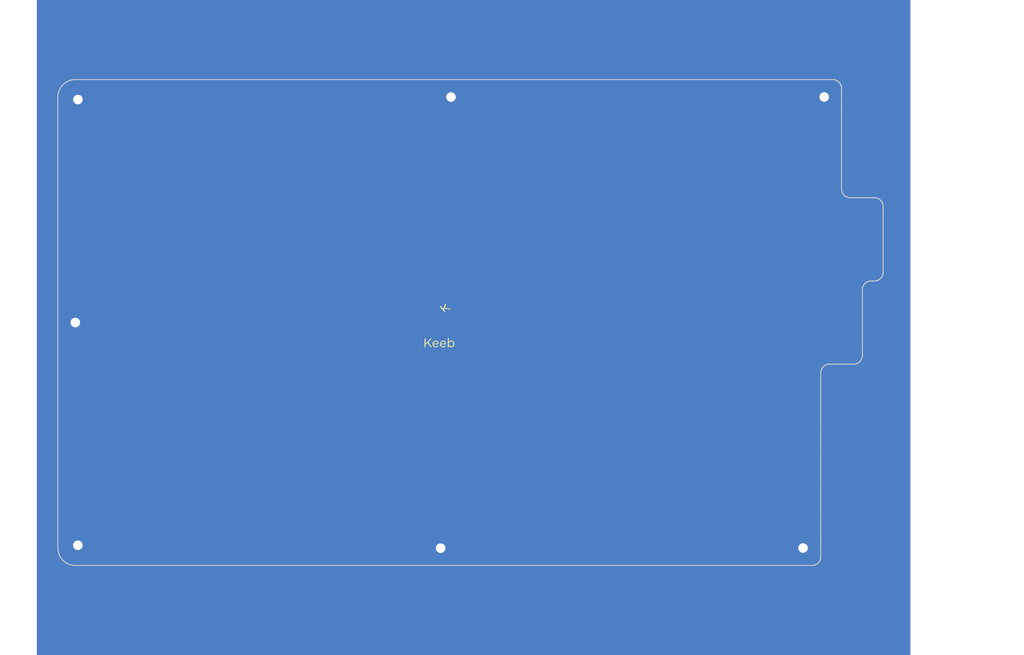
<source format=kicad_pcb>
(kicad_pcb (version 20221018) (generator pcbnew)
  (layers (0 "F.Cu" signal) (31 "B.Cu" signal) (34 "B.Paste" user) (35 "F.Paste" user) (36 "B.SilkS" user "B.Silkscreen") (37 "F.SilkS" user "F.Silkscreen") (38 "B.Mask" user) (39 "F.Mask" user) (44 "Edge.Cuts" user))
  (net 0 "")
  (net 1 "GND")
  (footprint "Keebio-Art:Keebio-TwoTone" (layer "F.Cu") (at 107.525 73.86)
    (fp_text reference "G***" hide)
    (fp_text value "LOGO" hide)
  )
  (footprint "Keebio-Parts:SolidCopper" (layer "F.Cu") (at 114.002248 75.009312)
    (fp_text reference "U3" hide)
    (fp_text value "HOLE")
    (pad "1" smd rect (at 0 0) (size 200 150) (layers "F.Cu" "F.Paste" "F.Mask"))
    (pad "1" smd rect (at 0 0) (size 200 150) (layers "B.Cu" "B.Paste" "B.Mask"))
  )
  (footprint "Mounting_Holes:MountingHole_2.2mm_M2" (layer "B.Cu") (at 194.27 22.21 180)
    (fp_text reference "REF**" hide)
    (fp_text value "MountingHole_2.2mm_M2" hide)
    (pad "" np_thru_hole circle (at 0 0 180) (size 2.2 2.2) (drill 2.2) (layers "*.Cu" "*.Mask"))
  )
  (footprint "Mounting_Holes:MountingHole_2.2mm_M2" (layer "B.Cu") (at 189.43 125.49 180)
    (fp_text reference "REF**" hide)
    (fp_text value "MountingHole_2.2mm_M2" hide)
    (pad "" np_thru_hole circle (at 0 0 180) (size 2.2 2.2) (drill 2.2) (layers "*.Cu" "*.Mask"))
  )
  (footprint "Mounting_Holes:MountingHole_2.2mm_M2" (layer "B.Cu") (at 106.445 125.53 180)
    (fp_text reference "REF**" hide)
    (fp_text value "MountingHole_2.2mm_M2" hide)
    (pad "" np_thru_hole circle (at 0 0 180) (size 2.2 2.2) (drill 2.2) (layers "*.Cu" "*.Mask"))
  )
  (footprint "Mounting_Holes:MountingHole_2.2mm_M2" (layer "B.Cu") (at 23.38 124.86 180)
    (fp_text reference "REF**" hide)
    (fp_text value "MountingHole_2.2mm_M2" hide)
    (pad "" np_thru_hole circle (at 0 0 180) (size 2.2 2.2) (drill 2.2) (layers "*.Cu" "*.Mask"))
  )
  (footprint "Mounting_Holes:MountingHole_2.2mm_M2" (layer "B.Cu") (at 22.8 73.86 180)
    (fp_text reference "REF**" hide)
    (fp_text value "MountingHole_2.2mm_M2" hide)
    (pad "" np_thru_hole circle (at 0 0 180) (size 2.2 2.2) (drill 2.2) (layers "*.Cu" "*.Mask"))
  )
  (footprint "Mounting_Holes:MountingHole_2.2mm_M2" (layer "B.Cu") (at 23.39 22.81 180)
    (fp_text reference "REF**" hide)
    (fp_text value "MountingHole_2.2mm_M2" hide)
    (pad "" np_thru_hole circle (at 0 0 180) (size 2.2 2.2) (drill 2.2) (layers "*.Cu" "*.Mask"))
  )
  (footprint "Mounting_Holes:MountingHole_2.2mm_M2" (layer "B.Cu") (at 108.815 22.23 180)
    (fp_text reference "REF**" hide)
    (fp_text value "MountingHole_2.2mm_M2" hide)
    (pad "" np_thru_hole circle (at 0 0 180) (size 2.2 2.2) (drill 2.2) (layers "*.Cu" "*.Mask"))
  )
  (gr_line (start 194.960796 83.453635) (end 194.837798 83.491065) (stroke (width 0.2)) (layer "Edge.Cuts"))
  (gr_line (start 197.22472 18.491503) (end 197.136473 18.444635) (stroke (width 0.2)) (layer "Edge.Cuts"))
  (gr_line (start 20.661794 18.850147) (end 20.496331 18.96044) (stroke (width 0.2)) (layer "Edge.Cuts"))
  (gr_line (start 193.48211 101.954971) (end 193.48211 104.504252) (stroke (width 0.2)) (layer "Edge.Cuts"))
  (gr_line (start 198.244115 28.426971) (end 198.244115 29.198539) (stroke (width 0.2)) (layer "Edge.Cuts"))
  (gr_line (start 198.244115 26.227623) (end 198.244115 26.256031) (stroke (width 0.2)) (layer "Edge.Cuts"))
  (gr_line (start 21.962818 129.398501) (end 22.165759 129.435931) (stroke (width 0.2)) (layer "Edge.Cuts"))
  (gr_line (start 19.763478 19.624332) (end 19.637735 19.777661) (stroke (width 0.2)) (layer "Edge.Cuts"))
  (gr_line (start 191.996378 129.417999) (end 192.093994 129.389346) (stroke (width 0.2)) (layer "Edge.Cuts"))
  (gr_line (start 198.233118 20.024006) (end 198.219579 19.920815) (stroke (width 0.2)) (layer "Edge.Cuts"))
  (gr_line (start 193.48211 86.610619) (end 193.48211 87.717073) (stroke (width 0.2)) (layer "Edge.Cuts"))
  (gr_line (start 193.492022 85.184634) (end 193.483223 85.317644) (stroke (width 0.2)) (layer "Edge.Cuts"))
  (gr_line (start 19.2134 20.450267) (end 19.128358 20.631859) (stroke (width 0.2)) (layer "Edge.Cuts"))
  (gr_line (start 198.807911 44.676894) (end 198.897906 44.76413) (stroke (width 0.2)) (layer "Edge.Cuts"))
  (gr_line (start 198.497852 83.385018) (end 198.15993 83.385018) (stroke (width 0.2)) (layer "Edge.Cuts"))
  (gr_line (start 207.769352 58.568959) (end 207.769352 59.351335) (stroke (width 0.2)) (layer "Edge.Cuts"))
  (gr_line (start 198.148458 19.622117) (end 198.115045 19.526637) (stroke (width 0.2)) (layer "Edge.Cuts"))
  (gr_line (start 198.244115 25.463652) (end 198.244115 25.702125) (stroke (width 0.2)) (layer "Edge.Cuts"))
  (gr_line (start 203.059694 65.876425) (end 203.034114 66.004134) (stroke (width 0.2)) (layer "Edge.Cuts"))
  (gr_line (start 198.244115 20.482853) (end 198.244115 20.662575) (stroke (width 0.2)) (layer "Edge.Cuts"))
  (gr_line (start 197.936541 19.168832) (end 197.881394 19.086101) (stroke (width 0.2)) (layer "Edge.Cuts"))
  (gr_line (start 198.244115 39.904837) (end 198.244115 40.718142) (stroke (width 0.2)) (layer "Edge.Cuts"))
  (gr_line (start 207.769352 48.118677) (end 207.769352 48.62167) (stroke (width 0.2)) (layer "Edge.Cuts"))
  (gr_line (start 207.537301 46.349092) (end 207.593084 46.46284) (stroke (width 0.2)) (layer "Edge.Cuts"))
  (gr_line (start 205.636814 64.335018) (end 205.598732 64.335018) (stroke (width 0.2)) (layer "Edge.Cuts"))
  (gr_line (start 207.769352 53.208475) (end 207.769352 54.119798) (stroke (width 0.2)) (layer "Edge.Cuts"))
  (gr_line (start 22.794122 18.235011) (end 22.581688 18.240555) (stroke (width 0.2)) (layer "Edge.Cuts"))
  (gr_line (start 197.310278 18.542578) (end 197.22472 18.491503) (stroke (width 0.2)) (layer "Edge.Cuts"))
  (gr_line (start 198.244115 22.417768) (end 198.244115 22.777415) (stroke (width 0.2)) (layer "Edge.Cuts"))
  (gr_line (start 193.48211 121.146862) (end 193.48211 122.940377) (stroke (width 0.2)) (layer "Edge.Cuts"))
  (gr_line (start 204.611769 64.374035) (end 204.48556 64.403635) (stroke (width 0.2)) (layer "Edge.Cuts"))
  (gr_line (start 198.244115 37.082325) (end 198.244115 38.073016) (stroke (width 0.2)) (layer "Edge.Cuts"))
  (gr_line (start 198.115045 19.526637) (end 198.077008 19.43343) (stroke (width 0.2)) (layer "Edge.Cuts"))
  (gr_line (start 198.447396 44.164558) (end 198.506638 44.276246) (stroke (width 0.2)) (layer "Edge.Cuts"))
  (gr_line (start 204.740908 64.352545) (end 204.611769 64.374035) (stroke (width 0.2)) (layer "Edge.Cuts"))
  (gr_line (start 198.177111 19.719732) (end 198.148458 19.622117) (stroke (width 0.2)) (layer "Edge.Cuts"))
  (gr_line (start 200.947274 83.385018) (end 200.846029 83.385018) (stroke (width 0.2)) (layer "Edge.Cuts"))
  (gr_line (start 203.034114 66.004134) (end 203.016785 66.134634) (stroke (width 0.2)) (layer "Edge.Cuts"))
  (gr_line (start 207.769352 57.734389) (end 207.769352 58.568959) (stroke (width 0.2)) (layer "Edge.Cuts"))
  (gr_line (start 206.970685 45.685876) (end 207.068542 45.76441) (stroke (width 0.2)) (layer "Edge.Cuts"))
  (gr_line (start 201.465446 83.332195) (end 201.337736 83.357776) (stroke (width 0.2)) (layer "Edge.Cuts"))
  (gr_line (start 202.967855 81.780102) (end 202.938254 81.906311) (stroke (width 0.2)) (layer "Edge.Cuts"))
  (gr_line (start 207.769352 52.318643) (end 207.769352 53.208475) (stroke (width 0.2)) (layer "Edge.Cuts"))
  (gr_line (start 205.021273 64.335018) (end 205.010566 64.335018) (stroke (width 0.2)) (layer "Edge.Cuts"))
  (gr_line (start 205.742481 45.285018) (end 205.769345 45.285018) (stroke (width 0.2)) (layer "Edge.Cuts"))
  (gr_line (start 206.164436 45.324035) (end 206.290645 45.353635) (stroke (width 0.2)) (layer "Edge.Cuts"))
  (gr_line (start 203.006873 80.312504) (end 203.006873 80.763305) (stroke (width 0.2)) (layer "Edge.Cuts"))
  (gr_line (start 195.216145 83.402545) (end 195.087005 83.424035) (stroke (width 0.2)) (layer "Edge.Cuts"))
  (gr_line (start 193.48211 126.689151) (end 193.48211 127.280309) (stroke (width 0.2)) (layer "Edge.Cuts"))
  (gr_line (start 192.709783 129.063203) (end 192.786449 129.00033) (stroke (width 0.2)) (layer "Edge.Cuts"))
  (gr_line (start 194.002988 84.038809) (end 193.921484 84.134114) (stroke (width 0.2)) (layer "Edge.Cuts"))
  (gr_line (start 206.533154 45.436047) (end 206.648892 45.488298) (stroke (width 0.2)) (layer "Edge.Cuts"))
  (gr_line (start 193.48211 119.138642) (end 193.48211 121.146862) (stroke (width 0.2)) (layer "Edge.Cuts"))
  (gr_line (start 203.908272 64.663493) (end 203.805526 64.735876) (stroke (width 0.2)) (layer "Edge.Cuts"))
  (gr_line (start 198.261643 43.550961) (end 198.283132 43.680102) (stroke (width 0.2)) (layer "Edge.Cuts"))
  (gr_line (start 207.769352 55.040332) (end 207.769352 55.957795) (stroke (width 0.2)) (layer "Edge.Cuts"))
  (gr_line (start 205.76112 64.335018) (end 205.747147 64.335018) (stroke (width 0.2)) (layer "Edge.Cuts"))
  (gr_line (start 202.606007 82.586351) (end 202.527472 82.684208) (stroke (width 0.2)) (layer "Edge.Cuts"))
  (gr_line (start 193.456583 127.799178) (end 193.470123 127.695986) (stroke (width 0.2)) (layer "Edge.Cuts"))
  (gr_line (start 198.244115 30.050104) (end 198.244115 30.967753) (stroke (width 0.2)) (layer "Edge.Cuts"))
  (gr_line (start 193.48211 99.465808) (end 193.48211 101.954971) (stroke (width 0.2)) (layer "Edge.Cuts"))
  (gr_line (start 203.006873 71.368643) (end 203.006873 72.258475) (stroke (width 0.2)) (layer "Edge.Cuts"))
  (gr_line (start 205.469241 64.335018) (end 205.42307 64.335018) (stroke (width 0.2)) (layer "Edge.Cuts"))
  (gr_line (start 21.763594 18.369016) (end 21.568364 18.42632) (stroke (width 0.2)) (layer "Edge.Cuts"))
  (gr_line (start 21.568364 18.42632) (end 21.377404 18.493146) (stroke (width 0.2)) (layer "Edge.Cuts"))
  (gr_line (start 207.769352 56.859908) (end 207.769352 57.734389) (stroke (width 0.2)) (layer "Edge.Cuts"))
  (gr_line (start 21.0094 18.65426) (end 20.832909 18.747995) (stroke (width 0.2)) (layer "Edge.Cuts"))
  (gr_line (start 203.759294 45.285018) (end 204.080338 45.285018) (stroke (width 0.2)) (layer "Edge.Cuts"))
  (gr_line (start 197.136473 18.444635) (end 197.045677 18.402114) (stroke (width 0.2)) (layer "Edge.Cuts"))
  (gr_line (start 19.896532 19.477484) (end 19.763478 19.624332) (stroke (width 0.2)) (layer "Edge.Cuts"))
  (gr_line (start 204.48556 64.403635) (end 204.362561 64.441065) (stroke (width 0.2)) (layer "Edge.Cuts"))
  (gr_line (start 195.087005 83.424035) (end 194.960796 83.453635) (stroke (width 0.2)) (layer "Edge.Cuts"))
  (gr_line (start 206.290645 45.353635) (end 206.413645 45.391065) (stroke (width 0.2)) (layer "Edge.Cuts"))
  (gr_line (start 21.962818 18.321511) (end 21.763594 18.369016) (stroke (width 0.2)) (layer "Edge.Cuts"))
  (gr_line (start 199.198633 44.990334) (end 199.30819 45.052967) (stroke (width 0.2)) (layer "Edge.Cuts"))
  (gr_line (start 198.244115 21.138296) (end 198.244115 21.424505) (stroke (width 0.2)) (layer "Edge.Cuts"))
  (gr_line (start 201.942782 83.152967) (end 201.829033 83.20875) (stroke (width 0.2)) (layer "Edge.Cuts"))
  (gr_line (start 203.446247 65.084114) (end 203.370754 65.18445) (stroke (width 0.2)) (layer "Edge.Cuts"))
  (gr_line (start 198.244115 22.069136) (end 198.244115 22.417768) (stroke (width 0.2)) (layer "Edge.Cuts"))
  (gr_line (start 19.128358 20.631859) (end 19.052286 20.818273) (stroke (width 0.2)) (layer "Edge.Cuts"))
  (gr_line (start 19.052286 126.901721) (end 19.128358 127.088137) (stroke (width 0.2)) (layer "Edge.Cuts"))
  (gr_line (start 205.158022 64.335018) (end 205.121651 64.335018) (stroke (width 0.2)) (layer "Edge.Cuts"))
  (gr_line (start 205.903505 45.289446) (end 206.035296 45.302545) (stroke (width 0.2)) (layer "Edge.Cuts"))
  (gr_line (start 193.48211 92.702556) (end 193.48211 94.805247) (stroke (width 0.2)) (layer "Edge.Cuts"))
  (gr_line (start 207.71653 46.826425) (end 207.74211 46.954134) (stroke (width 0.2)) (layer "Edge.Cuts"))
  (gr_line (start 198.248543 43.419171) (end 198.261643 43.550961) (stroke (width 0.2)) (layer "Edge.Cuts"))
  (gr_line (start 195.71032 83.385018) (end 195.586534 83.385018) (stroke (width 0.2)) (layer "Edge.Cuts"))
  (gr_line (start 194.182908 83.86441) (end 194.090223 83.948814) (stroke (width 0.2)) (layer "Edge.Cuts"))
  (gr_line (start 198.350163 43.929311) (end 198.395144 44.048819) (stroke (width 0.2)) (layer "Edge.Cuts"))
  (gr_line (start 207.769352 60.069239) (end 207.769352 60.710389) (stroke (width 0.2)) (layer "Edge.Cuts"))
  (gr_line (start 202.092079 45.285018) (end 202.418759 45.285018) (stroke (width 0.2)) (layer "Edge.Cuts"))
  (gr_line (start 207.368485 63.536351) (end 207.28995 63.634208) (stroke (width 0.2)) (layer "Edge.Cuts"))
  (gr_line (start 18.816145 125.906974) (end 18.843222 126.113358) (stroke (width 0.2)) (layer "Edge.Cuts"))
  (gr_line (start 206.76058 45.54754) (end 206.867938 45.613493) (stroke (width 0.2)) (layer "Edge.Cuts"))
  (gr_line (start 198.312732 43.806311) (end 198.350163 43.929311) (stroke (width 0.2)) (layer "Edge.Cuts"))
  (gr_line (start 198.244115 31.937575) (end 198.244115 32.945656) (stroke (width 0.2)) (layer "Edge.Cuts"))
  (gr_line (start 195.347935 83.389446) (end 195.216145 83.402545) (stroke (width 0.2)) (layer "Edge.Cuts"))
  (gr_line (start 193.48211 97.071116) (end 193.48211 99.465808) (stroke (width 0.2)) (layer "Edge.Cuts"))
  (gr_line (start 198.244115 40.718142) (end 198.244115 41.444494) (stroke (width 0.2)) (layer "Edge.Cuts"))
  (gr_line (start 202.257764 82.945635) (end 202.157427 83.02113) (stroke (width 0.2)) (layer "Edge.Cuts"))
  (gr_line (start 21.19099 18.569218) (end 21.0094 18.65426) (stroke (width 0.2)) (layer "Edge.Cuts"))
  (gr_line (start 197.39301 18.597724) (end 197.310278 18.542578) (stroke (width 0.2)) (layer "Edge.Cuts"))
  (gr_line (start 20.036621 19.337395) (end 19.896532 19.477484) (stroke (width 0.2)) (layer "Edge.Cuts"))
  (gr_line (start 198.244115 35.020947) (end 198.244115 36.060332) (stroke (width 0.2)) (layer "Edge.Cuts"))
  (gr_line (start 204.015629 64.59754) (end 203.908272 64.663493) (stroke (width 0.2)) (layer "Edge.Cuts"))
  (gr_line (start 207.769352 54.119798) (end 207.769352 55.040332) (stroke (width 0.2)) (layer "Edge.Cuts"))
  (gr_line (start 201.590085 83.298644) (end 201.465446 83.332195) (stroke (width 0.2)) (layer "Edge.Cuts"))
  (gr_line (start 203.006873 69.702575) (end 203.006873 70.512583) (stroke (width 0.2)) (layer "Edge.Cuts"))
  (gr_line (start 195.875806 83.385018) (end 195.71032 83.385018) (stroke (width 0.2)) (layer "Edge.Cuts"))
  (gr_line (start 192.859873 128.933802) (end 192.929919 128.863756) (stroke (width 0.2)) (layer "Edge.Cuts"))
  (gr_line (start 193.48211 85.839107) (end 193.48211 86.610619) (stroke (width 0.2)) (layer "Edge.Cuts"))
  (gr_line (start 192.282682 129.317896) (end 192.373478 129.275374) (stroke (width 0.2)) (layer "Edge.Cuts"))
  (gr_line (start 19.307135 127.446222) (end 19.409287 127.617339) (stroke (width 0.2)) (layer "Edge.Cuts"))
  (gr_line (start 193.118399 128.633899) (end 193.173546 128.551166) (stroke (width 0.2)) (layer "Edge.Cuts"))
  (gr_line (start 205.514323 64.335018) (end 205.469241 64.335018) (stroke (width 0.2)) (layer "Edge.Cuts"))
  (gr_line (start 207.769352 49.9009) (end 207.769352 50.652575) (stroke (width 0.2)) (layer "Edge.Cuts"))
  (gr_line (start 193.271491 128.377361) (end 193.314012 128.286565) (stroke (width 0.2)) (layer "Edge.Cuts"))
  (gr_line (start 193.48211 107.079298) (end 193.48211 109.645755) (stroke (width 0.2)) (layer "Edge.Cuts"))
  (gr_line (start 207.769352 61.262504) (end 207.769352 61.713305) (stroke (width 0.2)) (layer "Edge.Cuts"))
  (gr_line (start 204.080338 45.285018) (end 204.38673 45.285018) (stroke (width 0.2)) (layer "Edge.Cuts"))
  (gr_line (start 207.205545 63.726894) (end 207.115549 63.81413) (stroke (width 0.2)) (layer "Edge.Cuts"))
  (gr_line (start 203.527751 64.988809) (end 203.446247 65.084114) (stroke (width 0.2)) (layer "Edge.Cuts"))
  (gr_line (start 193.352049 128.193358) (end 193.385463 128.097877) (stroke (width 0.2)) (layer "Edge.Cuts"))
  (gr_line (start 20.183468 19.20434) (end 20.036621 19.337395) (stroke (width 0.2)) (layer "Edge.Cuts"))
  (gr_line (start 196.313847 83.385018) (end 196.078485 83.385018) (stroke (width 0.2)) (layer "Edge.Cuts"))
  (gr_line (start 203.006873 75.909908) (end 203.006873 76.784389) (stroke (width 0.2)) (layer "Edge.Cuts"))
  (gr_line (start 193.48211 94.805247) (end 193.48211 97.071116) (stroke (width 0.2)) (layer "Edge.Cuts"))
  (gr_line (start 207.405464 46.13445) (end 207.474668 46.239536) (stroke (width 0.2)) (layer "Edge.Cuts"))
  (gr_line (start 198.244115 23.873493) (end 198.244115 24.228244) (stroke (width 0.2)) (layer "Edge.Cuts"))
  (gr_line (start 201.074225 83.383905) (end 201.000057 83.385018) (stroke (width 0.2)) (layer "Edge.Cuts"))
  (gr_line (start 203.002445 81.519171) (end 202.989345 81.650961) (stroke (width 0.2)) (layer "Edge.Cuts"))
  (gr_line (start 197.170957 83.385018) (end 196.864591 83.385018) (stroke (width 0.2)) (layer "Edge.Cuts"))
  (gr_line (start 205.010566 64.335018) (end 205.006859 64.335018) (stroke (width 0.2)) (layer "Edge.Cuts"))
  (gr_line (start 203.707671 64.81441) (end 203.614986 64.898814) (stroke (width 0.2)) (layer "Edge.Cuts"))
  (gr_line (start 19.128358 127.088137) (end 19.2134 127.269729) (stroke (width 0.2)) (layer "Edge.Cuts"))
  (gr_line (start 207.769352 60.710389) (end 207.769352 61.262504) (stroke (width 0.2)) (layer "Edge.Cuts"))
  (gr_line (start 200.954428 45.285018) (end 201.204463 45.285018) (stroke (width 0.2)) (layer "Edge.Cuts"))
  (gr_line (start 20.661794 128.86986) (end 20.832909 128.972013) (stroke (width 0.2)) (layer "Edge.Cuts"))
  (gr_line (start 202.989345 81.650961) (end 202.967855 81.780102) (stroke (width 0.2)) (layer "Edge.Cuts"))
  (gr_line (start 203.006873 78.401335) (end 203.006873 79.119239) (stroke (width 0.2)) (layer "Edge.Cuts"))
  (gr_line (start 203.183137 65.51284) (end 203.134485 65.630497) (stroke (width 0.2)) (layer "Edge.Cuts"))
  (gr_line (start 18.98546 126.710759) (end 19.052286 126.901721) (stroke (width 0.2)) (layer "Edge.Cuts"))
  (gr_line (start 18.98546 21.009235) (end 18.928156 21.204466) (stroke (width 0.2)) (layer "Edge.Cuts"))
  (gr_line (start 198.283132 43.680102) (end 198.312732 43.806311) (stroke (width 0.2)) (layer "Edge.Cuts"))
  (gr_line (start 201.829033 83.20875) (end 201.711374 83.257403) (stroke (width 0.2)) (layer "Edge.Cuts"))
  (gr_line (start 18.843222 126.113358) (end 18.880651 126.316301) (stroke (width 0.2)) (layer "Edge.Cuts"))
  (gr_line (start 197.045677 18.402114) (end 196.95247 18.364078) (stroke (width 0.2)) (layer "Edge.Cuts"))
  (gr_line (start 202.527472 82.684208) (end 202.443066 82.776894) (stroke (width 0.2)) (layer "Edge.Cuts"))
  (gr_line (start 193.48211 87.717073) (end 193.48211 89.124115) (stroke (width 0.2)) (layer "Edge.Cuts"))
  (gr_line (start 198.244115 42.580687) (end 198.244115 42.962703) (stroke (width 0.2)) (layer "Edge.Cuts"))
  (gr_line (start 205.701624 64.335018) (end 205.671319 64.335018) (stroke (width 0.2)) (layer "Edge.Cuts"))
  (gr_line (start 205.061196 64.335018) (end 205.038357 64.335018) (stroke (width 0.2)) (layer "Edge.Cuts"))
  (gr_line (start 191.58733 129.482231) (end 191.692103 129.474006) (stroke (width 0.2)) (layer "Edge.Cuts"))
  (gr_line (start 198.506638 44.276246) (end 198.57259 44.383604) (stroke (width 0.2)) (layer "Edge.Cuts"))
  (gr_line (start 200.700829 83.385018) (end 200.516183 83.385018) (stroke (width 0.2)) (layer "Edge.Cuts"))
  (gr_line (start 197.823134 83.385018) (end 197.491974 83.385018) (stroke (width 0.2)) (layer "Edge.Cuts"))
  (gr_line (start 207.474668 46.239536) (end 207.537301 46.349092) (stroke (width 0.2)) (layer "Edge.Cuts"))
  (gr_line (start 203.006873 68.9509) (end 203.006873 69.702575) (stroke (width 0.2)) (layer "Edge.Cuts"))
  (gr_line (start 203.006873 73.169798) (end 203.006873 74.090332) (stroke (width 0.2)) (layer "Edge.Cuts"))
  (gr_line (start 203.006873 67.168677) (end 203.006873 67.67167) (stroke (width 0.2)) (layer "Edge.Cuts"))
  (gr_line (start 18.799695 125.697425) (end 18.816145 125.906974) (stroke (width 0.2)) (layer "Edge.Cuts"))
  (gr_line (start 197.549444 18.719674) (end 197.472778 18.656802) (stroke (width 0.2)) (layer "Edge.Cuts"))
  (gr_line (start 198.034486 19.342635) (end 197.987618 19.254389) (stroke (width 0.2)) (layer "Edge.Cuts"))
  (gr_line (start 193.509351 85.054134) (end 193.492022 85.184634) (stroke (width 0.2)) (layer "Edge.Cuts"))
  (gr_line (start 205.598732 64.335018) (end 205.557694 64.335018) (stroke (width 0.2)) (layer "Edge.Cuts"))
  (gr_line (start 21.568364 129.293692) (end 21.763594 129.350996) (stroke (width 0.2)) (layer "Edge.Cuts"))
  (gr_line (start 205.239942 64.335018) (end 205.19766 64.335018) (stroke (width 0.2)) (layer "Edge.Cuts"))
  (gr_line (start 204.127316 64.538298) (end 204.015629 64.59754) (stroke (width 0.2)) (layer "Edge.Cuts"))
  (gr_line (start 207.769352 47.303552) (end 207.769352 47.447337) (stroke (width 0.2)) (layer "Edge.Cuts"))
  (gr_line (start 196.55829 18.259546) (end 196.455098 18.246007) (stroke (width 0.2)) (layer "Edge.Cuts"))
  (gr_line (start 207.769352 48.62167) (end 207.769352 49.219838) (stroke (width 0.2)) (layer "Edge.Cuts"))
  (gr_line (start 19.409287 20.102659) (end 19.307135 20.273775) (stroke (width 0.2)) (layer "Edge.Cuts"))
  (gr_line (start 196.078485 83.385018) (end 195.875806 83.385018) (stroke (width 0.2)) (layer "Edge.Cuts"))
  (gr_line (start 193.658374 84.56284) (end 193.609722 84.680497) (stroke (width 0.2)) (layer "Edge.Cuts"))
  (gr_line (start 198.244115 26.060345) (end 198.244115 26.170299) (stroke (width 0.2)) (layer "Edge.Cuts"))
  (gr_line (start 21.763594 129.350996) (end 21.962818 129.398501) (stroke (width 0.2)) (layer "Edge.Cuts"))
  (gr_line (start 22.165759 129.435931) (end 22.372141 129.463009) (stroke (width 0.2)) (layer "Edge.Cuts"))
  (gr_line (start 20.496331 128.759567) (end 20.661794 128.86986) (stroke (width 0.2)) (layer "Edge.Cuts"))
  (gr_line (start 205.768405 64.335018) (end 205.76112 64.335018) (stroke (width 0.2)) (layer "Edge.Cuts"))
  (gr_line (start 193.48211 85.43689) (end 193.48211 85.839107) (stroke (width 0.2)) (layer "Edge.Cuts"))
  (gr_line (start 207.769352 47.447337) (end 207.769352 47.723139) (stroke (width 0.2)) (layer "Edge.Cuts"))
  (gr_line (start 198.244115 27.179478) (end 198.244115 27.749313) (stroke (width 0.2)) (layer "Edge.Cuts"))
  (gr_line (start 207.769352 49.219838) (end 207.769352 49.9009) (stroke (width 0.2)) (layer "Edge.Cuts"))
  (gr_line (start 207.020242 63.895635) (end 206.919905 63.97113) (stroke (width 0.2)) (layer "Edge.Cuts"))
  (gr_line (start 193.48211 124.484831) (end 193.48211 125.745874) (stroke (width 0.2)) (layer "Edge.Cuts"))
  (gr_line (start 198.244115 25.902655) (end 198.244115 26.060345) (stroke (width 0.2)) (layer "Edge.Cuts"))
  (gr_line (start 205.038357 64.335018) (end 205.021273 64.335018) (stroke (width 0.2)) (layer "Edge.Cuts"))
  (gr_line (start 205.671319 64.335018) (end 205.636814 64.335018) (stroke (width 0.2)) (layer "Edge.Cuts"))
  (gr_line (start 206.919905 63.97113) (end 206.814818 64.040334) (stroke (width 0.2)) (layer "Edge.Cuts"))
  (gr_line (start 205.769345 45.285018) (end 205.903505 45.289446) (stroke (width 0.2)) (layer "Edge.Cuts"))
  (gr_line (start 207.769352 50.652575) (end 207.769352 51.462583) (stroke (width 0.2)) (layer "Edge.Cuts"))
  (gr_line (start 198.244115 30.967753) (end 198.244115 31.937575) (stroke (width 0.2)) (layer "Edge.Cuts"))
  (gr_line (start 193.48211 122.940377) (end 193.48211 124.484831) (stroke (width 0.2)) (layer "Edge.Cuts"))
  (gr_line (start 203.007986 66.267644) (end 203.006873 66.353552) (stroke (width 0.2)) (layer "Edge.Cuts"))
  (gr_line (start 198.200864 19.819344) (end 198.177111 19.719732) (stroke (width 0.2)) (layer "Edge.Cuts"))
  (gr_line (start 19.409287 127.617339) (end 19.519579 127.782804) (stroke (width 0.2)) (layer "Edge.Cuts"))
  (gr_line (start 194.602552 83.588298) (end 194.490865 83.64754) (stroke (width 0.2)) (layer "Edge.Cuts"))
  (gr_line (start 201.204463 45.285018) (end 201.480422 45.285018) (stroke (width 0.2)) (layer "Edge.Cuts"))
  (gr_line (start 197.822315 19.006334) (end 197.759442 18.929669) (stroke (width 0.2)) (layer "Edge.Cuts"))
  (gr_line (start 200.516183 83.385018) (end 200.2966 83.385018) (stroke (width 0.2)) (layer "Edge.Cuts"))
  (gr_line (start 198.244115 21.736417) (end 198.244115 22.069136) (stroke (width 0.2)) (layer "Edge.Cuts"))
  (gr_line (start 202.157427 83.02113) (end 202.052339 83.090334) (stroke (width 0.2)) (layer "Edge.Cuts"))
  (gr_line (start 204.362561 64.441065) (end 204.243053 64.486047) (stroke (width 0.2)) (layer "Edge.Cuts"))
  (gr_line (start 198.244115 42.06998) (end 198.244115 42.580687) (stroke (width 0.2)) (layer "Edge.Cuts"))
  (gr_line (start 197.881394 19.086101) (end 197.822315 19.006334) (stroke (width 0.2)) (layer "Edge.Cuts"))
  (gr_line (start 22.794122 129.485003) (end 191.481113 129.485003) (stroke (width 0.2)) (layer "Edge.Cuts"))
  (gr_line (start 203.006873 70.512583) (end 203.006873 71.368643) (stroke (width 0.2)) (layer "Edge.Cuts"))
  (gr_line (start 207.44087 63.433604) (end 207.368485 63.536351) (stroke (width 0.2)) (layer "Edge.Cuts"))
  (gr_line (start 197.472778 18.656802) (end 197.39301 18.597724) (stroke (width 0.2)) (layer "Edge.Cuts"))
  (gr_line (start 197.692914 18.856246) (end 197.622868 18.786201) (stroke (width 0.2)) (layer "Edge.Cuts"))
  (gr_line (start 20.336797 19.078596) (end 20.183468 19.20434) (stroke (width 0.2)) (layer "Edge.Cuts"))
  (gr_line (start 203.370754 65.18445) (end 203.301551 65.289536) (stroke (width 0.2)) (layer "Edge.Cuts"))
  (gr_line (start 22.581688 129.479458) (end 22.794122 129.485003) (stroke (width 0.2)) (layer "Edge.Cuts"))
  (gr_line (start 194.280763 83.785876) (end 194.182908 83.86441) (stroke (width 0.2)) (layer "Edge.Cuts"))
  (gr_line (start 203.091281 45.285018) (end 203.428105 45.285018) (stroke (width 0.2)) (layer "Edge.Cuts"))
  (gr_line (start 207.641737 46.580497) (end 207.682978 46.701786) (stroke (width 0.2)) (layer "Edge.Cuts"))
  (gr_line (start 20.183468 128.515665) (end 20.336797 128.641409) (stroke (width 0.2)) (layer "Edge.Cuts"))
  (gr_line (start 205.727108 64.335018) (end 205.701624 64.335018) (stroke (width 0.2)) (layer "Edge.Cuts"))
  (gr_line (start 203.134485 65.630497) (end 203.093245 65.751786) (stroke (width 0.2)) (layer "Edge.Cuts"))
  (gr_line (start 198.644973 44.486351) (end 198.723507 44.584208) (stroke (width 0.2)) (layer "Edge.Cuts"))
  (gr_line (start 193.05932 128.713667) (end 193.118399 128.633899) (stroke (width 0.2)) (layer "Edge.Cuts"))
  (gr_line (start 203.301551 65.289536) (end 203.238919 65.399092) (stroke (width 0.2)) (layer "Edge.Cuts"))
  (gr_line (start 196.856989 18.330665) (end 196.759373 18.302013) (stroke (width 0.2)) (layer "Edge.Cuts"))
  (gr_line (start 197.759442 18.929669) (end 197.692914 18.856246) (stroke (width 0.2)) (layer "Edge.Cuts"))
  (gr_line (start 206.648892 45.488298) (end 206.76058 45.54754) (stroke (width 0.2)) (layer "Edge.Cuts"))
  (gr_line (start 205.329951 64.335018) (end 205.284247 64.335018) (stroke (width 0.2)) (layer "Edge.Cuts"))
  (gr_line (start 195.586534 83.385018) (end 195.508957 83.385018) (stroke (width 0.2)) (layer "Edge.Cuts"))
  (gr_line (start 21.377404 129.226865) (end 21.568364 129.293692) (stroke (width 0.2)) (layer "Edge.Cuts"))
  (gr_line (start 206.100214 64.307776) (end 205.969714 64.325105) (stroke (width 0.2)) (layer "Edge.Cuts"))
  (gr_line (start 206.352564 64.248644) (end 206.227924 64.282195) (stroke (width 0.2)) (layer "Edge.Cuts"))
  (gr_line (start 200.046586 83.385018) (end 199.77065 83.385018) (stroke (width 0.2)) (layer "Edge.Cuts"))
  (gr_line (start 193.414116 128.000261) (end 193.437868 127.900649) (stroke (width 0.2)) (layer "Edge.Cuts"))
  (gr_line (start 204.937522 45.285018) (end 205.172904 45.285018) (stroke (width 0.2)) (layer "Edge.Cuts"))
  (gr_line (start 207.769352 55.957795) (end 207.769352 56.859908) (stroke (width 0.2)) (layer "Edge.Cuts"))
  (gr_line (start 193.845991 84.23445) (end 193.776788 84.339536) (stroke (width 0.2)) (layer "Edge.Cuts"))
  (gr_line (start 196.659761 18.278261) (end 196.55829 18.259546) (stroke (width 0.2)) (layer "Edge.Cuts"))
  (gr_line (start 198.244115 24.569532) (end 198.244115 24.89246) (stroke (width 0.2)) (layer "Edge.Cuts"))
  (gr_line (start 19.2134 127.269729) (end 19.307135 127.446222) (stroke (width 0.2)) (layer "Edge.Cuts"))
  (gr_line (start 18.880651 126.316301) (end 18.928156 126.515527) (stroke (width 0.2)) (layer "Edge.Cuts"))
  (gr_line (start 201.777797 45.285018) (end 202.092079 45.285018) (stroke (width 0.2)) (layer "Edge.Cuts"))
  (gr_line (start 199.30819 45.052967) (end 199.421937 45.10875) (stroke (width 0.2)) (layer "Edge.Cuts"))
  (gr_line (start 206.814818 64.040334) (end 206.70526 64.102967) (stroke (width 0.2)) (layer "Edge.Cuts"))
  (gr_line (start 205.376433 64.335018) (end 205.329951 64.335018) (stroke (width 0.2)) (layer "Edge.Cuts"))
  (gr_line (start 193.224622 128.465608) (end 193.271491 128.377361) (stroke (width 0.2)) (layer "Edge.Cuts"))
  (gr_line (start 200.550164 45.285018) (end 200.734825 45.285018) (stroke (width 0.2)) (layer "Edge.Cuts"))
  (gr_line (start 19.637735 19.777661) (end 19.519579 19.937196) (stroke (width 0.2)) (layer "Edge.Cuts"))
  (gr_line (start 203.093245 65.751786) (end 203.059694 65.876425) (stroke (width 0.2)) (layer "Edge.Cuts"))
  (gr_line (start 192.929919 128.863756) (end 192.996447 128.790332) (stroke (width 0.2)) (layer "Edge.Cuts"))
  (gr_line (start 205.541101 45.285018) (end 205.664897 45.285018) (stroke (width 0.2)) (layer "Edge.Cuts"))
  (gr_line (start 203.006873 76.784389) (end 203.006873 77.618959) (stroke (width 0.2)) (layer "Edge.Cuts"))
  (gr_line (start 198.57259 44.383604) (end 198.644973 44.486351) (stroke (width 0.2)) (layer "Edge.Cuts"))
  (gr_line (start 198.244115 33.978084) (end 198.244115 35.020947) (stroke (width 0.2)) (layer "Edge.Cuts"))
  (gr_line (start 192.786449 129.00033) (end 192.859873 128.933802) (stroke (width 0.2)) (layer "Edge.Cuts"))
  (gr_line (start 203.006873 81.311838) (end 203.006873 81.38501) (stroke (width 0.2)) (layer "Edge.Cuts"))
  (gr_line (start 18.928156 126.515527) (end 18.98546 126.710759) (stroke (width 0.2)) (layer "Edge.Cuts"))
  (gr_line (start 203.006873 66.353552) (end 203.006873 66.497337) (stroke (width 0.2)) (layer "Edge.Cuts"))
  (gr_line (start 205.836704 64.333905) (end 205.768405 64.335018) (stroke (width 0.2)) (layer "Edge.Cuts"))
  (gr_line (start 196.95247 18.364078) (end 196.856989 18.330665) (stroke (width 0.2)) (layer "Edge.Cuts"))
  (gr_line (start 199.539595 45.157403) (end 199.660883 45.198644) (stroke (width 0.2)) (layer "Edge.Cuts"))
  (gr_line (start 193.48211 89.124115) (end 193.48211 90.797394) (stroke (width 0.2)) (layer "Edge.Cuts"))
  (gr_line (start 203.006873 75.007795) (end 203.006873 75.909908) (stroke (width 0.2)) (layer "Edge.Cuts"))
  (gr_line (start 198.244115 39.018491) (end 198.244115 39.904837) (stroke (width 0.2)) (layer "Edge.Cuts"))
  (gr_line (start 198.15993 83.385018) (end 197.823134 83.385018) (stroke (width 0.2)) (layer "Edge.Cuts"))
  (gr_line (start 193.48211 125.745874) (end 193.48211 126.689151) (stroke (width 0.2)) (layer "Edge.Cuts"))
  (gr_line (start 196.577385 83.385018) (end 196.313847 83.385018) (stroke (width 0.2)) (layer "Edge.Cuts"))
  (gr_line (start 193.714156 84.449092) (end 193.658374 84.56284) (stroke (width 0.2)) (layer "Edge.Cuts"))
  (gr_line (start 193.48211 90.797394) (end 193.48211 92.702556) (stroke (width 0.2)) (layer "Edge.Cuts"))
  (gr_line (start 205.121651 64.335018) (end 205.089168 64.335018) (stroke (width 0.2)) (layer "Edge.Cuts"))
  (gr_line (start 194.383509 83.713493) (end 194.280763 83.785876) (stroke (width 0.2)) (layer "Edge.Cuts"))
  (gr_line (start 203.006873 81.10051) (end 203.006873 81.311838) (stroke (width 0.2)) (layer "Edge.Cuts"))
  (gr_line (start 20.496331 18.96044) (end 20.336797 19.078596) (stroke (width 0.2)) (layer "Edge.Cuts"))
  (gr_line (start 198.244115 43.202115) (end 198.244115 43.28501) (stroke (width 0.2)) (layer "Edge.Cuts"))
  (gr_line (start 198.723507 44.584208) (end 198.807911 44.676894) (stroke (width 0.2)) (layer "Edge.Cuts"))
  (gr_line (start 193.48211 104.504252) (end 193.48211 107.079298) (stroke (width 0.2)) (layer "Edge.Cuts"))
  (gr_line (start 203.006873 74.090332) (end 203.006873 75.007795) (stroke (width 0.2)) (layer "Edge.Cuts"))
  (gr_line (start 192.373478 129.275374) (end 192.461724 129.228506) (stroke (width 0.2)) (layer "Edge.Cuts"))
  (gr_line (start 191.692103 129.474006) (end 191.795295 129.460467) (stroke (width 0.2)) (layer "Edge.Cuts"))
  (gr_line (start 205.19766 64.335018) (end 205.158022 64.335018) (stroke (width 0.2)) (layer "Edge.Cuts"))
  (gr_line (start 21.19099 129.150792) (end 21.377404 129.226865) (stroke (width 0.2)) (layer "Edge.Cuts"))
  (gr_line (start 193.385463 128.097877) (end 193.414116 128.000261) (stroke (width 0.2)) (layer "Edge.Cuts"))
  (gr_line (start 198.244115 24.228244) (end 198.244115 24.569532) (stroke (width 0.2)) (layer "Edge.Cuts"))
  (gr_line (start 198.244115 25.702125) (end 198.244115 25.902655) (stroke (width 0.2)) (layer "Edge.Cuts"))
  (gr_line (start 198.244115 26.731377) (end 198.244115 27.179478) (stroke (width 0.2)) (layer "Edge.Cuts"))
  (gr_line (start 198.244115 32.945656) (end 198.244115 33.978084) (stroke (width 0.2)) (layer "Edge.Cuts"))
  (gr_line (start 198.244115 26.256031) (end 198.244115 26.418924) (stroke (width 0.2)) (layer "Edge.Cuts"))
  (gr_line (start 197.491974 83.385018) (end 197.170957 83.385018) (stroke (width 0.2)) (layer "Edge.Cuts"))
  (gr_line (start 198.244115 36.060332) (end 198.244115 37.082325) (stroke (width 0.2)) (layer "Edge.Cuts"))
  (gr_line (start 205.3756 45.285018) (end 205.541101 45.285018) (stroke (width 0.2)) (layer "Edge.Cuts"))
  (gr_line (start 19.519579 19.937196) (end 19.409287 20.102659) (stroke (width 0.2)) (layer "Edge.Cuts"))
  (gr_line (start 191.896766 129.441752) (end 191.996378 129.417999) (stroke (width 0.2)) (layer "Edge.Cuts"))
  (gr_line (start 199.77065 83.385018) (end 199.473301 83.385018) (stroke (width 0.2)) (layer "Edge.Cuts"))
  (gr_line (start 193.48211 127.280309) (end 193.48211 127.484996) (stroke (width 0.2)) (layer "Edge.Cuts"))
  (gr_line (start 207.682978 46.701786) (end 207.71653 46.826425) (stroke (width 0.2)) (layer "Edge.Cuts"))
  (gr_line (start 203.006873 81.38501) (end 203.002445 81.519171) (stroke (width 0.2)) (layer "Edge.Cuts"))
  (gr_line (start 202.753329 45.285018) (end 203.091281 45.285018) (stroke (width 0.2)) (layer "Edge.Cuts"))
  (gr_line (start 207.663301 62.979311) (end 207.618319 63.098819) (stroke (width 0.2)) (layer "Edge.Cuts"))
  (gr_line (start 193.470123 127.695986) (end 193.478347 127.591213) (stroke (width 0.2)) (layer "Edge.Cuts"))
  (gr_line (start 19.896532 128.242518) (end 20.036621 128.382609) (stroke (width 0.2)) (layer "Edge.Cuts"))
  (gr_line (start 22.372141 129.463009) (end 22.581688 129.479458) (stroke (width 0.2)) (layer "Edge.Cuts"))
  (gr_line (start 192.461724 129.228506) (end 192.547283 129.177429) (stroke (width 0.2)) (layer "Edge.Cuts"))
  (gr_line (start 193.48211 112.169271) (end 193.48211 114.615493) (stroke (width 0.2)) (layer "Edge.Cuts"))
  (gr_line (start 22.165759 18.284082) (end 21.962818 18.321511) (stroke (width 0.2)) (layer "Edge.Cuts"))
  (gr_line (start 200.404951 45.285018) (end 200.550164 45.285018) (stroke (width 0.2)) (layer "Edge.Cuts"))
  (gr_line (start 207.769352 51.462583) (end 207.769352 52.318643) (stroke (width 0.2)) (layer "Edge.Cuts"))
  (gr_line (start 201.711374 83.257403) (end 201.590085 83.298644) (stroke (width 0.2)) (layer "Edge.Cuts"))
  (gr_line (start 201.337736 83.357776) (end 201.207236 83.375105) (stroke (width 0.2)) (layer "Edge.Cuts"))
  (gr_line (start 203.238919 65.399092) (end 203.183137 65.51284) (stroke (width 0.2)) (layer "Edge.Cuts"))
  (gr_line (start 206.473853 64.207403) (end 206.352564 64.248644) (stroke (width 0.2)) (layer "Edge.Cuts"))
  (gr_line (start 207.75944 47.084634) (end 207.768239 47.217644) (stroke (width 0.2)) (layer "Edge.Cuts"))
  (gr_line (start 207.068542 45.76441) (end 207.161228 45.848814) (stroke (width 0.2)) (layer "Edge.Cuts"))
  (gr_line (start 197.622868 18.786201) (end 197.549444 18.719674) (stroke (width 0.2)) (layer "Edge.Cuts"))
  (gr_line (start 198.244115 23.510174) (end 198.244115 23.873493) (stroke (width 0.2)) (layer "Edge.Cuts"))
  (gr_line (start 204.872698 64.339446) (end 204.740908 64.352545) (stroke (width 0.2)) (layer "Edge.Cuts"))
  (gr_line (start 22.581688 18.240555) (end 22.372141 18.257004) (stroke (width 0.2)) (layer "Edge.Cuts"))
  (gr_line (start 193.568481 84.801786) (end 193.534931 84.926425) (stroke (width 0.2)) (layer "Edge.Cuts"))
  (gr_line (start 202.052339 83.090334) (end 201.942782 83.152967) (stroke (width 0.2)) (layer "Edge.Cuts"))
  (gr_line (start 191.481113 129.485003) (end 191.58733 129.482231) (stroke (width 0.2)) (layer "Edge.Cuts"))
  (gr_line (start 206.035296 45.302545) (end 206.164436 45.324035) (stroke (width 0.2)) (layer "Edge.Cuts"))
  (gr_line (start 206.70526 64.102967) (end 206.591512 64.15875) (stroke (width 0.2)) (layer "Edge.Cuts"))
  (gr_line (start 198.244115 27.749313) (end 198.244115 28.426971) (stroke (width 0.2)) (layer "Edge.Cuts"))
  (gr_line (start 206.227924 64.282195) (end 206.100214 64.307776) (stroke (width 0.2)) (layer "Edge.Cuts"))
  (gr_line (start 202.900823 82.029311) (end 202.855841 82.148819) (stroke (width 0.2)) (layer "Edge.Cuts"))
  (gr_line (start 191.795295 129.460467) (end 191.896766 129.441752) (stroke (width 0.2)) (layer "Edge.Cuts"))
  (gr_line (start 203.006873 67.67167) (end 203.006873 68.269838) (stroke (width 0.2)) (layer "Edge.Cuts"))
  (gr_line (start 202.938254 81.906311) (end 202.900823 82.029311) (stroke (width 0.2)) (layer "Edge.Cuts"))
  (gr_line (start 198.244115 26.418924) (end 198.244115 26.731377) (stroke (width 0.2)) (layer "Edge.Cuts"))
  (gr_line (start 207.618319 63.098819) (end 207.566067 63.214558) (stroke (width 0.2)) (layer "Edge.Cuts"))
  (gr_line (start 193.776788 84.339536) (end 193.714156 84.449092) (stroke (width 0.2)) (layer "Edge.Cuts"))
  (gr_line (start 204.243053 64.486047) (end 204.127316 64.538298) (stroke (width 0.2)) (layer "Edge.Cuts"))
  (gr_line (start 193.48211 114.615493) (end 193.48211 116.950067) (stroke (width 0.2)) (layer "Edge.Cuts"))
  (gr_line (start 207.566067 63.214558) (end 207.506823 63.326246) (stroke (width 0.2)) (layer "Edge.Cuts"))
  (gr_line (start 198.241343 20.128779) (end 198.233118 20.024006) (stroke (width 0.2)) (layer "Edge.Cuts"))
  (gr_line (start 200.176741 45.283905) (end 200.25091 45.285018) (stroke (width 0.2)) (layer "Edge.Cuts"))
  (gr_line (start 194.837798 83.491065) (end 194.71829 83.536047) (stroke (width 0.2)) (layer "Edge.Cuts"))
  (gr_line (start 196.350325 18.237783) (end 196.244108 18.235011) (stroke (width 0.2)) (layer "Edge.Cuts"))
  (gr_line (start 198.244115 20.882688) (end 198.244115 21.138296) (stroke (width 0.2)) (layer "Edge.Cuts"))
  (gr_line (start 22.372141 18.257004) (end 22.165759 18.284082) (stroke (width 0.2)) (layer "Edge.Cuts"))
  (gr_line (start 202.803588 82.264558) (end 202.744345 82.376246) (stroke (width 0.2)) (layer "Edge.Cuts"))
  (gr_line (start 195.482096 83.385018) (end 195.347935 83.389446) (stroke (width 0.2)) (layer "Edge.Cuts"))
  (gr_line (start 18.794151 125.484989) (end 18.799695 125.697425) (stroke (width 0.2)) (layer "Edge.Cuts"))
  (gr_line (start 194.490865 83.64754) (end 194.383509 83.713493) (stroke (width 0.2)) (layer "Edge.Cuts"))
  (gr_line (start 198.244115 22.777415) (end 198.244115 23.143183) (stroke (width 0.2)) (layer "Edge.Cuts"))
  (gr_line (start 197.987618 19.254389) (end 197.936541 19.168832) (stroke (width 0.2)) (layer "Edge.Cuts"))
  (gr_line (start 204.38673 45.285018) (end 204.673961 45.285018) (stroke (width 0.2)) (layer "Edge.Cuts"))
  (gr_line (start 21.0094 129.065749) (end 21.19099 129.150792) (stroke (width 0.2)) (layer "Edge.Cuts"))
  (gr_line (start 20.832909 18.747995) (end 20.661794 18.850147) (stroke (width 0.2)) (layer "Edge.Cuts"))
  (gr_line (start 19.637735 127.942339) (end 19.763478 128.09567) (stroke (width 0.2)) (layer "Edge.Cuts"))
  (gr_line (start 205.557694 64.335018) (end 205.514323 64.335018) (stroke (width 0.2)) (layer "Edge.Cuts"))
  (gr_line (start 205.747147 64.335018) (end 205.727108 64.335018) (stroke (width 0.2)) (layer "Edge.Cuts"))
  (gr_line (start 207.506823 63.326246) (end 207.44087 63.433604) (stroke (width 0.2)) (layer "Edge.Cuts"))
  (gr_line (start 198.897906 44.76413) (end 198.993211 44.845635) (stroke (width 0.2)) (layer "Edge.Cuts"))
  (gr_line (start 207.28995 63.634208) (end 207.205545 63.726894) (stroke (width 0.2)) (layer "Edge.Cuts"))
  (gr_line (start 193.314012 128.286565) (end 193.352049 128.193358) (stroke (width 0.2)) (layer "Edge.Cuts"))
  (gr_line (start 207.248464 45.938809) (end 207.329969 46.034114) (stroke (width 0.2)) (layer "Edge.Cuts"))
  (gr_line (start 199.421937 45.10875) (end 199.539595 45.157403) (stroke (width 0.2)) (layer "Edge.Cuts"))
  (gr_line (start 193.483223 85.317644) (end 193.48211 85.43689) (stroke (width 0.2)) (layer "Edge.Cuts"))
  (gr_line (start 198.244115 29.198539) (end 198.244115 30.050104) (stroke (width 0.2)) (layer "Edge.Cuts"))
  (gr_line (start 203.006873 77.618959) (end 203.006873 78.401335) (stroke (width 0.2)) (layer "Edge.Cuts"))
  (gr_line (start 203.006873 80.763305) (end 203.006873 81.10051) (stroke (width 0.2)) (layer "Edge.Cuts"))
  (gr_line (start 18.928156 21.204466) (end 18.880651 21.403692) (stroke (width 0.2)) (layer "Edge.Cuts"))
  (gr_line (start 204.673961 45.285018) (end 204.937522 45.285018) (stroke (width 0.2)) (layer "Edge.Cuts"))
  (gr_line (start 198.244115 20.662575) (end 198.244115 20.882688) (stroke (width 0.2)) (layer "Edge.Cuts"))
  (gr_line (start 207.769352 47.723139) (end 207.769352 48.118677) (stroke (width 0.2)) (layer "Edge.Cuts"))
  (gr_line (start 203.006873 66.497337) (end 203.006873 66.773139) (stroke (width 0.2)) (layer "Edge.Cuts"))
  (gr_line (start 201.480422 45.285018) (end 201.777797 45.285018) (stroke (width 0.2)) (layer "Edge.Cuts"))
  (gr_line (start 198.244115 20.264168) (end 198.244115 20.348419) (stroke (width 0.2)) (layer "Edge.Cuts"))
  (gr_line (start 203.016785 66.134634) (end 203.007986 66.267644) (stroke (width 0.2)) (layer "Edge.Cuts"))
  (gr_line (start 202.744345 82.376246) (end 202.678391 82.483604) (stroke (width 0.2)) (layer "Edge.Cuts"))
  (gr_line (start 205.006859 64.335018) (end 204.872698 64.339446) (stroke (width 0.2)) (layer "Edge.Cuts"))
  (gr_line (start 202.35307 82.86413) (end 202.257764 82.945635) (stroke (width 0.2)) (layer "Edge.Cuts"))
  (gr_line (start 192.547283 129.177429) (end 192.630015 129.122282) (stroke (width 0.2)) (layer "Edge.Cuts"))
  (gr_line (start 198.077008 19.43343) (end 198.034486 19.342635) (stroke (width 0.2)) (layer "Edge.Cuts"))
  (gr_line (start 18.880651 21.403692) (end 18.843222 21.606635) (stroke (width 0.2)) (layer "Edge.Cuts"))
  (gr_line (start 18.843222 21.606635) (end 18.816145 21.813019) (stroke (width 0.2)) (layer "Edge.Cuts"))
  (gr_line (start 200.2966 83.385018) (end 200.046586 83.385018) (stroke (width 0.2)) (layer "Edge.Cuts"))
  (gr_line (start 205.172904 45.285018) (end 205.3756 45.285018) (stroke (width 0.2)) (layer "Edge.Cuts"))
  (gr_line (start 206.413645 45.391065) (end 206.533154 45.436047) (stroke (width 0.2)) (layer "Edge.Cuts"))
  (gr_line (start 207.161228 45.848814) (end 207.248464 45.938809) (stroke (width 0.2)) (layer "Edge.Cuts"))
  (gr_line (start 193.437868 127.900649) (end 193.456583 127.799178) (stroke (width 0.2)) (layer "Edge.Cuts"))
  (gr_line (start 21.377404 18.493146) (end 21.19099 18.569218) (stroke (width 0.2)) (layer "Edge.Cuts"))
  (gr_line (start 20.832909 128.972013) (end 21.0094 129.065749) (stroke (width 0.2)) (layer "Edge.Cuts"))
  (gr_line (start 200.734825 45.285018) (end 200.954428 45.285018) (stroke (width 0.2)) (layer "Edge.Cuts"))
  (gr_line (start 198.244115 43.28501) (end 198.248543 43.419171) (stroke (width 0.2)) (layer "Edge.Cuts"))
  (gr_line (start 198.219579 19.920815) (end 198.200864 19.819344) (stroke (width 0.2)) (layer "Edge.Cuts"))
  (gr_line (start 19.052286 20.818273) (end 18.98546 21.009235) (stroke (width 0.2)) (layer "Edge.Cuts"))
  (gr_line (start 198.244115 20.348419) (end 198.244115 20.482853) (stroke (width 0.2)) (layer "Edge.Cuts"))
  (gr_line (start 205.664897 45.285018) (end 205.742481 45.285018) (stroke (width 0.2)) (layer "Edge.Cuts"))
  (gr_line (start 207.751824 62.600961) (end 207.730334 62.730102) (stroke (width 0.2)) (layer "Edge.Cuts"))
  (gr_line (start 18.799695 22.022567) (end 18.794151 22.235003) (stroke (width 0.2)) (layer "Edge.Cuts"))
  (gr_line (start 205.42307 64.335018) (end 205.376433 64.335018) (stroke (width 0.2)) (layer "Edge.Cuts"))
  (gr_line (start 203.805526 64.735876) (end 203.707671 64.81441) (stroke (width 0.2)) (layer "Edge.Cuts"))
  (gr_line (start 193.48211 116.950067) (end 193.48211 119.138642) (stroke (width 0.2)) (layer "Edge.Cuts"))
  (gr_line (start 205.089168 64.335018) (end 205.061196 64.335018) (stroke (width 0.2)) (layer "Edge.Cuts"))
  (gr_line (start 198.244115 41.444494) (end 198.244115 42.06998) (stroke (width 0.2)) (layer "Edge.Cuts"))
  (gr_line (start 203.006873 68.269838) (end 203.006873 68.9509) (stroke (width 0.2)) (layer "Edge.Cuts"))
  (gr_line (start 192.189474 129.355933) (end 192.282682 129.317896) (stroke (width 0.2)) (layer "Edge.Cuts"))
  (gr_line (start 199.660883 45.198644) (end 199.785522 45.232195) (stroke (width 0.2)) (layer "Edge.Cuts"))
  (gr_line (start 198.244115 20.234996) (end 198.241343 20.128779) (stroke (width 0.2)) (layer "Edge.Cuts"))
  (gr_line (start 192.093994 129.389346) (end 192.189474 129.355933) (stroke (width 0.2)) (layer "Edge.Cuts"))
  (gr_line (start 202.418759 45.285018) (end 202.753329 45.285018) (stroke (width 0.2)) (layer "Edge.Cuts"))
  (gr_line (start 207.769352 62.05051) (end 207.769352 62.261838) (stroke (width 0.2)) (layer "Edge.Cuts"))
  (gr_line (start 198.244115 25.192132) (end 198.244115 25.463652) (stroke (width 0.2)) (layer "Edge.Cuts"))
  (gr_line (start 200.25091 45.285018) (end 200.303698 45.285018) (stroke (width 0.2)) (layer "Edge.Cuts"))
  (gr_line (start 207.700733 62.856311) (end 207.663301 62.979311) (stroke (width 0.2)) (layer "Edge.Cuts"))
  (gr_line (start 206.591512 64.15875) (end 206.473853 64.207403) (stroke (width 0.2)) (layer "Edge.Cuts"))
  (gr_line (start 19.763478 128.09567) (end 19.896532 128.242518) (stroke (width 0.2)) (layer "Edge.Cuts"))
  (gr_line (start 201.000057 83.385018) (end 200.947274 83.385018) (stroke (width 0.2)) (layer "Edge.Cuts"))
  (gr_line (start 203.614986 64.898814) (end 203.527751 64.988809) (stroke (width 0.2)) (layer "Edge.Cuts"))
  (gr_line (start 193.534931 84.926425) (end 193.509351 85.054134) (stroke (width 0.2)) (layer "Edge.Cuts"))
  (gr_line (start 192.630015 129.122282) (end 192.709783 129.063203) (stroke (width 0.2)) (layer "Edge.Cuts"))
  (gr_line (start 196.244108 18.235011) (end 22.794122 18.235011) (stroke (width 0.2)) (layer "Edge.Cuts"))
  (gr_line (start 194.71829 83.536047) (end 194.602552 83.588298) (stroke (width 0.2)) (layer "Edge.Cuts"))
  (gr_line (start 199.473301 83.385018) (end 199.159046 83.385018) (stroke (width 0.2)) (layer "Edge.Cuts"))
  (gr_line (start 206.867938 45.613493) (end 206.970685 45.685876) (stroke (width 0.2)) (layer "Edge.Cuts"))
  (gr_line (start 207.769352 62.33501) (end 207.764923 62.469171) (stroke (width 0.2)) (layer "Edge.Cuts"))
  (gr_line (start 207.769352 61.713305) (end 207.769352 62.05051) (stroke (width 0.2)) (layer "Edge.Cuts"))
  (gr_line (start 201.207236 83.375105) (end 201.074225 83.383905) (stroke (width 0.2)) (layer "Edge.Cuts"))
  (gr_line (start 200.303698 45.285018) (end 200.404951 45.285018) (stroke (width 0.2)) (layer "Edge.Cuts"))
  (gr_line (start 207.329969 46.034114) (end 207.405464 46.13445) (stroke (width 0.2)) (layer "Edge.Cuts"))
  (gr_line (start 198.244115 42.962703) (end 198.244115 43.202115) (stroke (width 0.2)) (layer "Edge.Cuts"))
  (gr_line (start 193.173546 128.551166) (end 193.224622 128.465608) (stroke (width 0.2)) (layer "Edge.Cuts"))
  (gr_line (start 193.48211 109.645755) (end 193.48211 112.169271) (stroke (width 0.2)) (layer "Edge.Cuts"))
  (gr_line (start 193.921484 84.134114) (end 193.845991 84.23445) (stroke (width 0.2)) (layer "Edge.Cuts"))
  (gr_line (start 205.969714 64.325105) (end 205.836704 64.333905) (stroke (width 0.2)) (layer "Edge.Cuts"))
  (gr_line (start 205.284247 64.335018) (end 205.239942 64.335018) (stroke (width 0.2)) (layer "Edge.Cuts"))
  (gr_line (start 207.593084 46.46284) (end 207.641737 46.580497) (stroke (width 0.2)) (layer "Edge.Cuts"))
  (gr_line (start 207.730334 62.730102) (end 207.700733 62.856311) (stroke (width 0.2)) (layer "Edge.Cuts"))
  (gr_line (start 18.794151 125.484989) (end 18.794151 22.235003) (stroke (width 0.2)) (layer "Edge.Cuts"))
  (gr_line (start 198.244115 23.143183) (end 198.244115 23.510174) (stroke (width 0.2)) (layer "Edge.Cuts"))
  (gr_line (start 198.832394 83.385018) (end 198.497852 83.385018) (stroke (width 0.2)) (layer "Edge.Cuts"))
  (gr_line (start 194.090223 83.948814) (end 194.002988 84.038809) (stroke (width 0.2)) (layer "Edge.Cuts"))
  (gr_line (start 20.036621 128.382609) (end 20.183468 128.515665) (stroke (width 0.2)) (layer "Edge.Cuts"))
  (gr_line (start 199.913231 45.257776) (end 200.043731 45.275105) (stroke (width 0.2)) (layer "Edge.Cuts"))
  (gr_line (start 20.336797 128.641409) (end 20.496331 128.759567) (stroke (width 0.2)) (layer "Edge.Cuts"))
  (gr_line (start 199.159046 83.385018) (end 198.832394 83.385018) (stroke (width 0.2)) (layer "Edge.Cuts"))
  (gr_line (start 198.244115 38.073016) (end 198.244115 39.018491) (stroke (width 0.2)) (layer "Edge.Cuts"))
  (gr_line (start 19.519579 127.782804) (end 19.637735 127.942339) (stroke (width 0.2)) (layer "Edge.Cuts"))
  (gr_line (start 198.395144 44.048819) (end 198.447396 44.164558) (stroke (width 0.2)) (layer "Edge.Cuts"))
  (gr_line (start 203.006873 72.258475) (end 203.006873 73.169798) (stroke (width 0.2)) (layer "Edge.Cuts"))
  (gr_line (start 199.093547 44.92113) (end 199.198633 44.990334) (stroke (width 0.2)) (layer "Edge.Cuts"))
  (gr_line (start 202.678391 82.483604) (end 202.606007 82.586351) (stroke (width 0.2)) (layer "Edge.Cuts"))
  (gr_line (start 203.428105 45.285018) (end 203.759294 45.285018) (stroke (width 0.2)) (layer "Edge.Cuts"))
  (gr_line (start 203.006873 66.773139) (end 203.006873 67.168677) (stroke (width 0.2)) (layer "Edge.Cuts"))
  (gr_line (start 196.864591 83.385018) (end 196.577385 83.385018) (stroke (width 0.2)) (layer "Edge.Cuts"))
  (gr_line (start 207.768239 47.217644) (end 207.769352 47.303552) (stroke (width 0.2)) (layer "Edge.Cuts"))
  (gr_line (start 207.769352 59.351335) (end 207.769352 60.069239) (stroke (width 0.2)) (layer "Edge.Cuts"))
  (gr_line (start 198.244115 21.424505) (end 198.244115 21.736417) (stroke (width 0.2)) (layer "Edge.Cuts"))
  (gr_line (start 196.759373 18.302013) (end 196.659761 18.278261) (stroke (width 0.2)) (layer "Edge.Cuts"))
  (gr_line (start 207.115549 63.81413) (end 207.020242 63.895635) (stroke (width 0.2)) (layer "Edge.Cuts"))
  (gr_line (start 198.993211 44.845635) (end 199.093547 44.92113) (stroke (width 0.2)) (layer "Edge.Cuts"))
  (gr_line (start 203.006873 79.760389) (end 203.006873 80.312504) (stroke (width 0.2)) (layer "Edge.Cuts"))
  (gr_line (start 196.455098 18.246007) (end 196.350325 18.237783) (stroke (width 0.2)) (layer "Edge.Cuts"))
  (gr_line (start 198.244115 20.234996) (end 198.244115 20.264168) (stroke (width 0.2)) (layer "Edge.Cuts"))
  (gr_line (start 198.244115 24.89246) (end 198.244115 25.192132) (stroke (width 0.2)) (layer "Edge.Cuts"))
  (gr_line (start 207.74211 46.954134) (end 207.75944 47.084634) (stroke (width 0.2)) (layer "Edge.Cuts"))
  (gr_line (start 202.855841 82.148819) (end 202.803588 82.264558) (stroke (width 0.2)) (layer "Edge.Cuts"))
  (gr_line (start 202.443066 82.776894) (end 202.35307 82.86413) (stroke (width 0.2)) (layer "Edge.Cuts"))
  (gr_line (start 19.307135 20.273775) (end 19.2134 20.450267) (stroke (width 0.2)) (layer "Edge.Cuts"))
  (gr_line (start 207.769352 62.261838) (end 207.769352 62.33501) (stroke (width 0.2)) (layer "Edge.Cuts"))
  (gr_line (start 192.996447 128.790332) (end 193.05932 128.713667) (stroke (width 0.2)) (layer "Edge.Cuts"))
  (gr_line (start 193.609722 84.680497) (end 193.568481 84.801786) (stroke (width 0.2)) (layer "Edge.Cuts"))
  (gr_line (start 198.244115 26.170299) (end 198.244115 26.227623) (stroke (width 0.2)) (layer "Edge.Cuts"))
  (gr_line (start 200.043731 45.275105) (end 200.176741 45.283905) (stroke (width 0.2)) (layer "Edge.Cuts"))
  (gr_line (start 18.816145 21.813019) (end 18.799695 22.022567) (stroke (width 0.2)) (layer "Edge.Cuts"))
  (gr_line (start 199.785522 45.232195) (end 199.913231 45.257776) (stroke (width 0.2)) (layer "Edge.Cuts"))
  (gr_line (start 200.846029 83.385018) (end 200.700829 83.385018) (stroke (width 0.2)) (layer "Edge.Cuts"))
  (gr_line (start 195.508957 83.385018) (end 195.482096 83.385018) (stroke (width 0.2)) (layer "Edge.Cuts"))
  (gr_line (start 193.478347 127.591213) (end 193.48112 127.484996) (stroke (width 0.2)) (layer "Edge.Cuts"))
  (gr_line (start 207.764923 62.469171) (end 207.751824 62.600961) (stroke (width 0.2)) (layer "Edge.Cuts"))
  (gr_line (start 203.006873 79.119239) (end 203.006873 79.760389) (stroke (width 0.2)) (layer "Edge.Cuts"))
)
</source>
